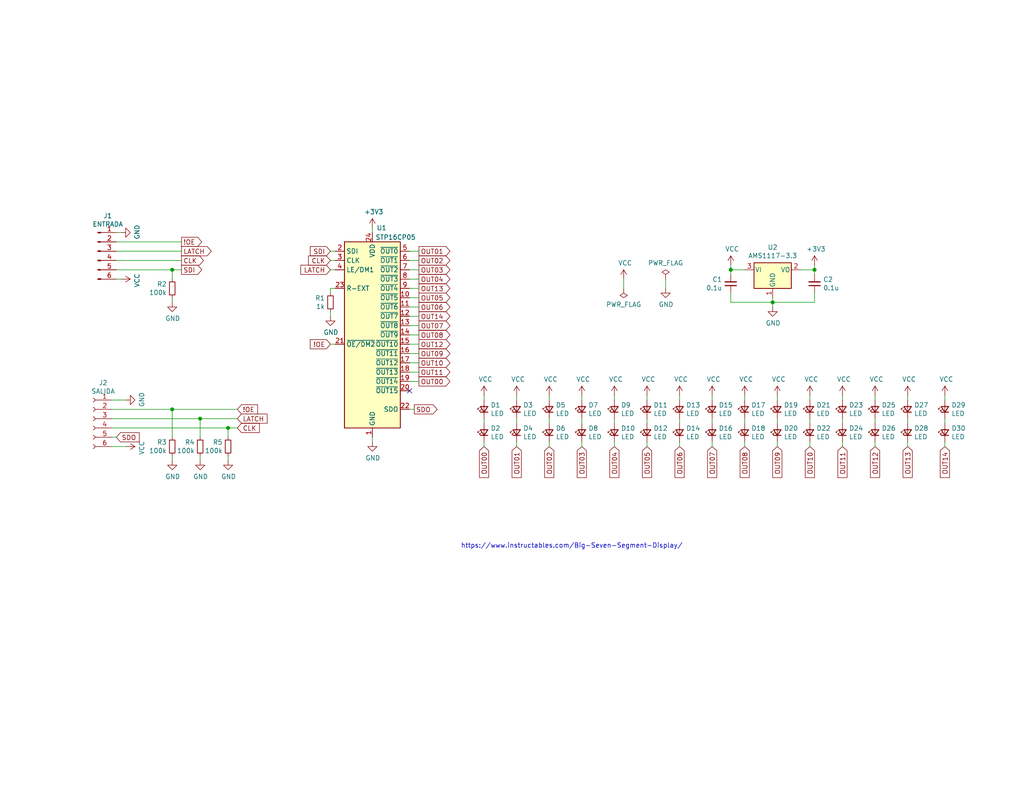
<source format=kicad_sch>
(kicad_sch (version 20211123) (generator eeschema)
  (paper "USLetter")
  (lib_symbols
    (symbol "Connector:Conn_01x06_Female" (pin_names (offset 1.016) hide)
      (property "Reference" "J" (at 0 7.62 0))
      (property "Value" "Conn_01x06_Female" (at 0 -10.16 0))
      (symbol "Conn_01x06_Female_1_1"
        (arc (start 0 -7.112) (mid -0.508 -7.62) (end 0 -8.128) (stroke (width 0.1524)))
        (arc (start 0 -4.572) (mid -0.508 -5.08) (end 0 -5.588) (stroke (width 0.1524)))
        (arc (start 0 -2.032) (mid -0.508 -2.54) (end 0 -3.048) (stroke (width 0.1524)))
        (polyline (pts (xy -1.27 -7.62) (xy -0.508 -7.62)) (stroke (width 0.1524)))
        (polyline (pts (xy -1.27 -5.08) (xy -0.508 -5.08)) (stroke (width 0.1524)))
        (polyline (pts (xy -1.27 -2.54) (xy -0.508 -2.54)) (stroke (width 0.1524)))
        (polyline (pts (xy -1.27 0) (xy -0.508 0)) (stroke (width 0.1524)))
        (polyline (pts (xy -1.27 2.54) (xy -0.508 2.54)) (stroke (width 0.1524)))
        (polyline (pts (xy -1.27 5.08) (xy -0.508 5.08)) (stroke (width 0.1524)))
        (arc (start 0 0.508) (mid -0.508 0) (end 0 -0.508) (stroke (width 0.1524)))
        (arc (start 0 3.048) (mid -0.508 2.54) (end 0 2.032) (stroke (width 0.1524)))
        (arc (start 0 5.588) (mid -0.508 5.08) (end 0 4.572) (stroke (width 0.1524)))
        (pin passive line (at -5.08 5.08 0) (length 3.81) (name "Pin_1") (number "1"))
        (pin passive line (at -5.08 2.54 0) (length 3.81) (name "Pin_2") (number "2"))
        (pin passive line (at -5.08 0 0) (length 3.81) (name "Pin_3") (number "3"))
        (pin passive line (at -5.08 -2.54 0) (length 3.81) (name "Pin_4") (number "4"))
        (pin passive line (at -5.08 -5.08 0) (length 3.81) (name "Pin_5") (number "5"))
        (pin passive line (at -5.08 -7.62 0) (length 3.81) (name "Pin_6") (number "6"))
      )
    )
    (symbol "Connector:Conn_01x06_Male" (pin_names (offset 1.016) hide)
      (property "Reference" "J" (at 0 7.62 0))
      (property "Value" "Conn_01x06_Male" (at 0 -10.16 0))
      (symbol "Conn_01x06_Male_1_1"
        (polyline (pts (xy 1.27 -7.62) (xy 0.8636 -7.62)) (stroke (width 0.1524)))
        (polyline (pts (xy 1.27 -5.08) (xy 0.8636 -5.08)) (stroke (width 0.1524)))
        (polyline (pts (xy 1.27 -2.54) (xy 0.8636 -2.54)) (stroke (width 0.1524)))
        (polyline (pts (xy 1.27 0) (xy 0.8636 0)) (stroke (width 0.1524)))
        (polyline (pts (xy 1.27 2.54) (xy 0.8636 2.54)) (stroke (width 0.1524)))
        (polyline (pts (xy 1.27 5.08) (xy 0.8636 5.08)) (stroke (width 0.1524)))
        (rectangle (start 0.8636 -7.493) (end 0 -7.747) (stroke (width 0.1524)) (fill (type outline)))
        (rectangle (start 0.8636 -4.953) (end 0 -5.207) (stroke (width 0.1524)) (fill (type outline)))
        (rectangle (start 0.8636 -2.413) (end 0 -2.667) (stroke (width 0.1524)) (fill (type outline)))
        (rectangle (start 0.8636 0.127) (end 0 -0.127) (stroke (width 0.1524)) (fill (type outline)))
        (rectangle (start 0.8636 2.667) (end 0 2.413) (stroke (width 0.1524)) (fill (type outline)))
        (rectangle (start 0.8636 5.207) (end 0 4.953) (stroke (width 0.1524)) (fill (type outline)))
        (pin passive line (at 5.08 5.08 180) (length 3.81) (name "Pin_1") (number "1"))
        (pin passive line (at 5.08 2.54 180) (length 3.81) (name "Pin_2") (number "2"))
        (pin passive line (at 5.08 0 180) (length 3.81) (name "Pin_3") (number "3"))
        (pin passive line (at 5.08 -2.54 180) (length 3.81) (name "Pin_4") (number "4"))
        (pin passive line (at 5.08 -5.08 180) (length 3.81) (name "Pin_5") (number "5"))
        (pin passive line (at 5.08 -7.62 180) (length 3.81) (name "Pin_6") (number "6"))
      )
    )
    (symbol "Device:C_Small" (pin_numbers hide) (pin_names (offset 0.254) hide)
      (property "Reference" "C" (at 0.254 1.778 0))
      (property "Value" "C_Small" (at 0.254 -2.032 0))
      (symbol "C_Small_0_1"
        (polyline (pts (xy -1.524 -0.508) (xy 1.524 -0.508)) (stroke (width 0.3302)))
        (polyline (pts (xy -1.524 0.508) (xy 1.524 0.508)) (stroke (width 0.3048)))
      )
      (symbol "C_Small_1_1"
        (pin passive line (at 0 2.54 270) (length 2.032) (name "~") (number "1"))
        (pin passive line (at 0 -2.54 90) (length 2.032) (name "~") (number "2"))
      )
    )
    (symbol "Device:LED_Small" (pin_numbers hide) (pin_names (offset 0.254) hide)
      (property "Reference" "D" (at -1.27 3.175 0))
      (property "Value" "LED_Small" (at -4.445 -2.54 0))
      (symbol "LED_Small_0_1"
        (polyline (pts (xy -0.762 -1.016) (xy -0.762 1.016)) (stroke (width 0.254)))
        (polyline (pts (xy 1.016 0) (xy -0.762 0)))
        (polyline (pts (xy 0.762 -1.016) (xy -0.762 0) (xy 0.762 1.016) (xy 0.762 -1.016)) (stroke (width 0.254)))
        (polyline (pts (xy 0 0.762) (xy -0.508 1.27) (xy -0.254 1.27) (xy -0.508 1.27) (xy -0.508 1.016)))
        (polyline (pts (xy 0.508 1.27) (xy 0 1.778) (xy 0.254 1.778) (xy 0 1.778) (xy 0 1.524)))
      )
      (symbol "LED_Small_1_1"
        (pin passive line (at -2.54 0 0) (length 1.778) (name "K") (number "1"))
        (pin passive line (at 2.54 0 180) (length 1.778) (name "A") (number "2"))
      )
    )
    (symbol "Device:R_Small" (pin_numbers hide) (pin_names (offset 0.254) hide)
      (property "Reference" "R" (at 0.762 0.508 0))
      (property "Value" "R_Small" (at 0.762 -1.016 0))
      (symbol "R_Small_0_1"
        (rectangle (start -0.762 1.778) (end 0.762 -1.778) (stroke (width 0.2032)))
      )
      (symbol "R_Small_1_1"
        (pin passive line (at 0 2.54 270) (length 0.762) (name "~") (number "1"))
        (pin passive line (at 0 -2.54 90) (length 0.762) (name "~") (number "2"))
      )
    )
    (symbol "Driver_LED:STP16CP05"
      (property "Reference" "U" (at -7.62 26.67 0))
      (property "Value" "STP16CP05" (at 1.27 26.67 0))
      (symbol "STP16CP05_0_1"
        (rectangle (start -7.62 25.4) (end 7.62 -25.4) (stroke (width 0.254)) (fill (type background)))
      )
      (symbol "STP16CP05_1_1"
        (pin power_in line (at 0 -27.94 90) (length 2.54) (name "GND") (number "1"))
        (pin output line (at 10.16 10.16 180) (length 2.54) (name "~{OUT5}") (number "10"))
        (pin output line (at 10.16 7.62 180) (length 2.54) (name "~{OUT6}") (number "11"))
        (pin output line (at 10.16 5.08 180) (length 2.54) (name "~{OUT7}") (number "12"))
        (pin output line (at 10.16 2.54 180) (length 2.54) (name "~{OUT8}") (number "13"))
        (pin output line (at 10.16 0 180) (length 2.54) (name "~{OUT9}") (number "14"))
        (pin output line (at 10.16 -2.54 180) (length 2.54) (name "~{OUT10}") (number "15"))
        (pin output line (at 10.16 -5.08 180) (length 2.54) (name "~{OUT11}") (number "16"))
        (pin output line (at 10.16 -7.62 180) (length 2.54) (name "~{OUT12}") (number "17"))
        (pin output line (at 10.16 -10.16 180) (length 2.54) (name "~{OUT13}") (number "18"))
        (pin output line (at 10.16 -12.7 180) (length 2.54) (name "~{OUT14}") (number "19"))
        (pin input line (at -10.16 22.86 0) (length 2.54) (name "SDI") (number "2"))
        (pin output line (at 10.16 -15.24 180) (length 2.54) (name "~{OUT15}") (number "20"))
        (pin input line (at -10.16 -2.54 0) (length 2.54) (name "~{OE/DM2}") (number "21"))
        (pin output line (at 10.16 -20.32 180) (length 2.54) (name "SDO") (number "22"))
        (pin passive line (at -10.16 12.7 0) (length 2.54) (name "R-EXT") (number "23"))
        (pin power_in line (at 0 27.94 270) (length 2.54) (name "VDD") (number "24"))
        (pin input line (at -10.16 20.32 0) (length 2.54) (name "CLK") (number "3"))
        (pin input line (at -10.16 17.78 0) (length 2.54) (name "LE/DM1") (number "4"))
        (pin output line (at 10.16 22.86 180) (length 2.54) (name "~{OUT0}") (number "5"))
        (pin output line (at 10.16 20.32 180) (length 2.54) (name "~{OUT1}") (number "6"))
        (pin output line (at 10.16 17.78 180) (length 2.54) (name "~{OUT2}") (number "7"))
        (pin output line (at 10.16 15.24 180) (length 2.54) (name "~{OUT3}") (number "8"))
        (pin output line (at 10.16 12.7 180) (length 2.54) (name "~{OUT4}") (number "9"))
      )
    )
    (symbol "Regulator_Linear:AMS1117-3.3" (pin_names (offset 0.254))
      (property "Reference" "U" (at -3.81 3.175 0))
      (property "Value" "AMS1117-3.3" (at 0 3.175 0))
      (symbol "AMS1117-3.3_0_1"
        (rectangle (start -5.08 -5.08) (end 5.08 1.905) (stroke (width 0.254)) (fill (type background)))
      )
      (symbol "AMS1117-3.3_1_1"
        (pin power_in line (at 0 -7.62 90) (length 2.54) (name "GND") (number "1"))
        (pin power_out line (at 7.62 0 180) (length 2.54) (name "VO") (number "2"))
        (pin power_in line (at -7.62 0 0) (length 2.54) (name "VI") (number "3"))
      )
    )
    (symbol "power:+3V3" (power) (pin_names (offset 0))
      (property "Value" "+3V3" (at 0 3.556 0))
      (symbol "+3V3_0_1"
        (polyline (pts (xy -0.762 1.27) (xy 0 2.54)))
        (polyline (pts (xy 0 0) (xy 0 2.54)))
        (polyline (pts (xy 0 2.54) (xy 0.762 1.27)))
      )
      (symbol "+3V3_1_1"
        (pin power_in line (at 0 0 90) (length 0) hide (name "+3V3") (number "1"))
      )
    )
    (symbol "power:GND" (power) (pin_names (offset 0))
      (property "Value" "GND" (at 0 -3.81 0))
      (symbol "GND_0_1"
        (polyline (pts (xy 0 0) (xy 0 -1.27) (xy 1.27 -1.27) (xy 0 -2.54) (xy -1.27 -1.27) (xy 0 -1.27)))
      )
      (symbol "GND_1_1"
        (pin power_in line (at 0 0 270) (length 0) hide (name "GND") (number "1"))
      )
    )
    (symbol "power:PWR_FLAG" (power) (pin_numbers hide) (pin_names (offset 0) hide)
      (property "Value" "PWR_FLAG" (at 0 3.81 0))
      (symbol "PWR_FLAG_0_0"
        (pin power_out line (at 0 0 90) (length 0) (name "pwr") (number "1"))
      )
      (symbol "PWR_FLAG_0_1"
        (polyline (pts (xy 0 0) (xy 0 1.27) (xy -1.016 1.905) (xy 0 2.54) (xy 1.016 1.905) (xy 0 1.27)))
      )
    )
    (symbol "power:VCC" (power) (pin_names (offset 0))
      (property "Value" "VCC" (at 0 3.81 0))
      (symbol "VCC_0_1"
        (polyline (pts (xy -0.762 1.27) (xy 0 2.54)))
        (polyline (pts (xy 0 0) (xy 0 2.54)))
        (polyline (pts (xy 0 2.54) (xy 0.762 1.27)))
      )
      (symbol "VCC_1_1"
        (pin power_in line (at 0 0 90) (length 0) hide (name "VCC") (number "1"))
      )
    )
  )
  (junction (at 222.25 73.66))
  (junction (at 62.23 116.84))
  (junction (at 46.99 111.76))
  (junction (at 199.39 73.66))
  (junction (at 54.61 114.3))
  (junction (at 210.82 82.55))
  (junction (at 46.99 73.66))
  (no_connect (at 111.76 106.68))
  (wire (pts (xy 176.53 120.65) (xy 176.53 121.92)))
  (wire (pts (xy 111.76 78.74) (xy 114.3 78.74)))
  (wire (pts (xy 101.6 62.23) (xy 101.6 63.5)))
  (wire (pts (xy 31.75 66.04) (xy 49.53 66.04)))
  (wire (pts (xy 111.76 93.98) (xy 114.3 93.98)))
  (wire (pts (xy 149.86 107.95) (xy 149.86 109.22)))
  (wire (pts (xy 238.76 107.95) (xy 238.76 109.22)))
  (wire (pts (xy 218.44 73.66) (xy 222.25 73.66)))
  (wire (pts (xy 220.98 107.95) (xy 220.98 109.22)))
  (wire (pts (xy 111.76 71.12) (xy 114.3 71.12)))
  (wire (pts (xy 222.25 73.66) (xy 222.25 74.93)))
  (wire (pts (xy 101.6 119.38) (xy 101.6 120.65)))
  (wire (pts (xy 194.31 114.3) (xy 194.31 115.57)))
  (wire (pts (xy 91.44 93.98) (xy 90.17 93.98)))
  (wire (pts (xy 46.99 119.38) (xy 46.99 111.76)))
  (wire (pts (xy 222.25 80.01) (xy 222.25 82.55)))
  (wire (pts (xy 30.48 116.84) (xy 62.23 116.84)))
  (wire (pts (xy 158.75 120.65) (xy 158.75 121.92)))
  (wire (pts (xy 181.61 76.2) (xy 181.61 78.74)))
  (wire (pts (xy 149.86 114.3) (xy 149.86 115.57)))
  (wire (pts (xy 257.81 114.3) (xy 257.81 115.57)))
  (wire (pts (xy 199.39 72.39) (xy 199.39 73.66)))
  (wire (pts (xy 62.23 124.46) (xy 62.23 125.73)))
  (wire (pts (xy 46.99 76.2) (xy 46.99 73.66)))
  (wire (pts (xy 212.09 114.3) (xy 212.09 115.57)))
  (wire (pts (xy 176.53 107.95) (xy 176.53 109.22)))
  (wire (pts (xy 220.98 114.3) (xy 220.98 115.57)))
  (wire (pts (xy 132.08 107.95) (xy 132.08 109.22)))
  (wire (pts (xy 31.75 73.66) (xy 46.99 73.66)))
  (wire (pts (xy 229.87 120.65) (xy 229.87 121.92)))
  (wire (pts (xy 31.75 68.58) (xy 49.53 68.58)))
  (wire (pts (xy 46.99 124.46) (xy 46.99 125.73)))
  (wire (pts (xy 30.48 114.3) (xy 54.61 114.3)))
  (wire (pts (xy 203.2 107.95) (xy 203.2 109.22)))
  (wire (pts (xy 111.76 76.2) (xy 114.3 76.2)))
  (wire (pts (xy 31.75 76.2) (xy 33.02 76.2)))
  (wire (pts (xy 167.64 107.95) (xy 167.64 109.22)))
  (wire (pts (xy 199.39 73.66) (xy 203.2 73.66)))
  (wire (pts (xy 90.17 78.74) (xy 91.44 78.74)))
  (wire (pts (xy 54.61 114.3) (xy 64.77 114.3)))
  (wire (pts (xy 210.82 82.55) (xy 210.82 83.82)))
  (wire (pts (xy 199.39 82.55) (xy 210.82 82.55)))
  (wire (pts (xy 194.31 120.65) (xy 194.31 121.92)))
  (wire (pts (xy 90.17 68.58) (xy 91.44 68.58)))
  (wire (pts (xy 111.76 88.9) (xy 114.3 88.9)))
  (wire (pts (xy 229.87 107.95) (xy 229.87 109.22)))
  (wire (pts (xy 62.23 119.38) (xy 62.23 116.84)))
  (wire (pts (xy 111.76 83.82) (xy 114.3 83.82)))
  (wire (pts (xy 132.08 120.65) (xy 132.08 121.92)))
  (wire (pts (xy 140.97 107.95) (xy 140.97 109.22)))
  (wire (pts (xy 111.76 68.58) (xy 114.3 68.58)))
  (wire (pts (xy 62.23 116.84) (xy 64.77 116.84)))
  (wire (pts (xy 158.75 107.95) (xy 158.75 109.22)))
  (wire (pts (xy 111.76 86.36) (xy 114.3 86.36)))
  (wire (pts (xy 170.18 76.2) (xy 170.18 78.74)))
  (wire (pts (xy 90.17 85.09) (xy 90.17 86.36)))
  (wire (pts (xy 229.87 114.3) (xy 229.87 115.57)))
  (wire (pts (xy 30.48 111.76) (xy 46.99 111.76)))
  (wire (pts (xy 176.53 114.3) (xy 176.53 115.57)))
  (wire (pts (xy 111.76 96.52) (xy 114.3 96.52)))
  (wire (pts (xy 238.76 114.3) (xy 238.76 115.57)))
  (wire (pts (xy 167.64 114.3) (xy 167.64 115.57)))
  (wire (pts (xy 185.42 120.65) (xy 185.42 121.92)))
  (wire (pts (xy 111.76 73.66) (xy 114.3 73.66)))
  (wire (pts (xy 158.75 114.3) (xy 158.75 115.57)))
  (wire (pts (xy 31.75 119.38) (xy 30.48 119.38)))
  (wire (pts (xy 31.75 71.12) (xy 49.53 71.12)))
  (wire (pts (xy 111.76 91.44) (xy 114.3 91.44)))
  (wire (pts (xy 54.61 119.38) (xy 54.61 114.3)))
  (wire (pts (xy 247.65 120.65) (xy 247.65 121.92)))
  (wire (pts (xy 238.76 120.65) (xy 238.76 121.92)))
  (wire (pts (xy 111.76 99.06) (xy 114.3 99.06)))
  (wire (pts (xy 90.17 71.12) (xy 91.44 71.12)))
  (wire (pts (xy 203.2 114.3) (xy 203.2 115.57)))
  (wire (pts (xy 30.48 121.92) (xy 34.29 121.92)))
  (wire (pts (xy 64.77 111.76) (xy 46.99 111.76)))
  (wire (pts (xy 199.39 80.01) (xy 199.39 82.55)))
  (wire (pts (xy 247.65 114.3) (xy 247.65 115.57)))
  (wire (pts (xy 212.09 120.65) (xy 212.09 121.92)))
  (wire (pts (xy 222.25 82.55) (xy 210.82 82.55)))
  (wire (pts (xy 257.81 107.95) (xy 257.81 109.22)))
  (wire (pts (xy 111.76 81.28) (xy 114.3 81.28)))
  (wire (pts (xy 203.2 120.65) (xy 203.2 121.92)))
  (wire (pts (xy 199.39 74.93) (xy 199.39 73.66)))
  (wire (pts (xy 46.99 73.66) (xy 49.53 73.66)))
  (wire (pts (xy 90.17 73.66) (xy 91.44 73.66)))
  (wire (pts (xy 149.86 120.65) (xy 149.86 121.92)))
  (wire (pts (xy 90.17 80.01) (xy 90.17 78.74)))
  (wire (pts (xy 140.97 120.65) (xy 140.97 121.92)))
  (wire (pts (xy 212.09 107.95) (xy 212.09 109.22)))
  (wire (pts (xy 111.76 104.14) (xy 114.3 104.14)))
  (wire (pts (xy 140.97 114.3) (xy 140.97 115.57)))
  (wire (pts (xy 167.64 120.65) (xy 167.64 121.92)))
  (wire (pts (xy 210.82 82.55) (xy 210.82 81.28)))
  (wire (pts (xy 222.25 72.39) (xy 222.25 73.66)))
  (wire (pts (xy 185.42 107.95) (xy 185.42 109.22)))
  (wire (pts (xy 34.29 109.22) (xy 30.48 109.22)))
  (wire (pts (xy 194.31 107.95) (xy 194.31 109.22)))
  (wire (pts (xy 46.99 81.28) (xy 46.99 82.55)))
  (wire (pts (xy 111.76 111.76) (xy 113.03 111.76)))
  (wire (pts (xy 257.81 120.65) (xy 257.81 121.92)))
  (wire (pts (xy 54.61 124.46) (xy 54.61 125.73)))
  (wire (pts (xy 111.76 101.6) (xy 114.3 101.6)))
  (wire (pts (xy 132.08 114.3) (xy 132.08 115.57)))
  (wire (pts (xy 185.42 114.3) (xy 185.42 115.57)))
  (wire (pts (xy 31.75 63.5) (xy 33.02 63.5)))
  (wire (pts (xy 247.65 107.95) (xy 247.65 109.22)))
  (wire (pts (xy 220.98 120.65) (xy 220.98 121.92)))
  (text "https://www.instructables.com/Big-Seven-Segment-Display/" (at 125.73 149.86 0) (effects (font (size 1.27 1.27)) (justify left bottom)))
  (global_label "OUT09" (shape input) (at 212.09 121.92 270) (property "Intersheet References" "${INTERSHEET_REFS}" (effects hide)))
  (global_label "OUT02" (shape input) (at 149.86 121.92 270) (property "Intersheet References" "${INTERSHEET_REFS}" (effects hide)))
  (global_label "OUT08" (shape input) (at 203.2 121.92 270) (property "Intersheet References" "${INTERSHEET_REFS}" (effects hide)))
  (global_label "OUT04" (shape output) (at 114.3 76.2 0) (property "Intersheet References" "${INTERSHEET_REFS}" (effects hide)))
  (global_label "OUT00" (shape output) (at 114.3 104.14 0) (property "Intersheet References" "${INTERSHEET_REFS}" (effects hide)))
  (global_label "SDO" (shape input) (at 31.75 119.38 0) (property "Intersheet References" "${INTERSHEET_REFS}" (effects hide)))
  (global_label "SDI" (shape input) (at 90.17 68.58 180) (property "Intersheet References" "${INTERSHEET_REFS}" (effects hide)))
  (global_label "OUT03" (shape output) (at 114.3 73.66 0) (property "Intersheet References" "${INTERSHEET_REFS}" (effects hide)))
  (global_label "OUT12" (shape input) (at 238.76 121.92 270) (property "Intersheet References" "${INTERSHEET_REFS}" (effects hide)))
  (global_label "OUT10" (shape output) (at 114.3 99.06 0) (property "Intersheet References" "${INTERSHEET_REFS}" (effects hide)))
  (global_label "SDO" (shape output) (at 113.03 111.76 0) (property "Intersheet References" "${INTERSHEET_REFS}" (effects hide)))
  (global_label "OUT10" (shape input) (at 220.98 121.92 270) (property "Intersheet References" "${INTERSHEET_REFS}" (effects hide)))
  (global_label "OUT09" (shape output) (at 114.3 96.52 0) (property "Intersheet References" "${INTERSHEET_REFS}" (effects hide)))
  (global_label "OUT02" (shape output) (at 114.3 71.12 0) (property "Intersheet References" "${INTERSHEET_REFS}" (effects hide)))
  (global_label "LATCH" (shape input) (at 64.77 114.3 0) (property "Intersheet References" "${INTERSHEET_REFS}" (effects hide)))
  (global_label "LATCH" (shape output) (at 49.53 68.58 0) (property "Intersheet References" "${INTERSHEET_REFS}" (effects hide)))
  (global_label "OUT11" (shape output) (at 114.3 101.6 0) (property "Intersheet References" "${INTERSHEET_REFS}" (effects hide)))
  (global_label "OUT07" (shape input) (at 194.31 121.92 270) (property "Intersheet References" "${INTERSHEET_REFS}" (effects hide)))
  (global_label "OUT11" (shape input) (at 229.87 121.92 270) (property "Intersheet References" "${INTERSHEET_REFS}" (effects hide)))
  (global_label "OUT03" (shape input) (at 158.75 121.92 270) (property "Intersheet References" "${INTERSHEET_REFS}" (effects hide)))
  (global_label "OUT01" (shape input) (at 140.97 121.92 270) (property "Intersheet References" "${INTERSHEET_REFS}" (effects hide)))
  (global_label "OUT13" (shape output) (at 114.3 78.74 0) (property "Intersheet References" "${INTERSHEET_REFS}" (effects hide)))
  (global_label "CLK" (shape input) (at 90.17 71.12 180) (property "Intersheet References" "${INTERSHEET_REFS}" (effects hide)))
  (global_label "OUT00" (shape input) (at 132.08 121.92 270) (property "Intersheet References" "${INTERSHEET_REFS}" (effects hide)))
  (global_label "!OE" (shape input) (at 90.17 93.98 180) (property "Intersheet References" "${INTERSHEET_REFS}" (effects hide)))
  (global_label "OUT14" (shape output) (at 114.3 86.36 0) (property "Intersheet References" "${INTERSHEET_REFS}" (effects hide)))
  (global_label "!OE" (shape output) (at 49.53 66.04 0) (property "Intersheet References" "${INTERSHEET_REFS}" (effects hide)))
  (global_label "LATCH" (shape input) (at 90.17 73.66 180) (property "Intersheet References" "${INTERSHEET_REFS}" (effects hide)))
  (global_label "OUT13" (shape input) (at 247.65 121.92 270) (property "Intersheet References" "${INTERSHEET_REFS}" (effects hide)))
  (global_label "SDI" (shape output) (at 49.53 73.66 0) (property "Intersheet References" "${INTERSHEET_REFS}" (effects hide)))
  (global_label "CLK" (shape output) (at 49.53 71.12 0) (property "Intersheet References" "${INTERSHEET_REFS}" (effects hide)))
  (global_label "OUT14" (shape input) (at 257.81 121.92 270) (property "Intersheet References" "${INTERSHEET_REFS}" (effects hide)))
  (global_label "OUT06" (shape input) (at 185.42 121.92 270) (property "Intersheet References" "${INTERSHEET_REFS}" (effects hide)))
  (global_label "OUT06" (shape output) (at 114.3 83.82 0) (property "Intersheet References" "${INTERSHEET_REFS}" (effects hide)))
  (global_label "OUT05" (shape input) (at 176.53 121.92 270) (property "Intersheet References" "${INTERSHEET_REFS}" (effects hide)))
  (global_label "OUT05" (shape output) (at 114.3 81.28 0) (property "Intersheet References" "${INTERSHEET_REFS}" (effects hide)))
  (global_label "!OE" (shape input) (at 64.77 111.76 0) (property "Intersheet References" "${INTERSHEET_REFS}" (effects hide)))
  (global_label "OUT08" (shape output) (at 114.3 91.44 0) (property "Intersheet References" "${INTERSHEET_REFS}" (effects hide)))
  (global_label "OUT04" (shape input) (at 167.64 121.92 270) (property "Intersheet References" "${INTERSHEET_REFS}" (effects hide)))
  (global_label "OUT07" (shape output) (at 114.3 88.9 0) (property "Intersheet References" "${INTERSHEET_REFS}" (effects hide)))
  (global_label "CLK" (shape input) (at 64.77 116.84 0) (property "Intersheet References" "${INTERSHEET_REFS}" (effects hide)))
  (global_label "OUT12" (shape output) (at 114.3 93.98 0) (property "Intersheet References" "${INTERSHEET_REFS}" (effects hide)))
  (global_label "OUT01" (shape output) (at 114.3 68.58 0) (property "Intersheet References" "${INTERSHEET_REFS}" (effects hide)))
  (symbol (lib_id "Device:R_Small") (at 90.17 82.55 0) (mirror x) (unit 1)
    (property "Reference" "R1" (at 88.6714 81.3816 0) (effects (justify right)))
    (property "Value" "1k" (at 88.6714 83.693 0) (effects (justify right)))
    (property "Footprint" "Resistor_SMD:R_1206_3216Metric" (effects hide))
  )
  (symbol (lib_id "Connector:Conn_01x06_Male") (at 26.67 68.58 0) (unit 1)
    (property "Reference" "J1" (at 29.4132 58.9026 0))
    (property "Value" "ENTRADA" (at 29.4132 61.214 0))
    (property "Footprint" "Connector_PinHeader_2.54mm:PinHeader_1x06_P2.54mm_Horizontal" (effects hide))
  )
  (symbol (lib_id "Connector:Conn_01x06_Female") (at 25.4 114.3 0) (mirror y) (unit 1)
    (property "Reference" "J2" (at 28.1432 104.521 0))
    (property "Value" "SALIDA" (at 28.1432 106.8324 0))
    (property "Footprint" "Connector_PinSocket_2.54mm:PinSocket_1x06_P2.54mm_Horizontal" (effects hide))
  )
  (symbol (lib_id "power:+3V3") (at 101.6 62.23 0) (unit 1)
    (property "Reference" "#PWR0101" (effects hide))
    (property "Value" "+3V3" (at 101.981 57.8358 0))
  )
  (symbol (lib_id "power:GND") (at 101.6 120.65 0) (unit 1)
    (property "Reference" "#PWR0102" (effects hide))
    (property "Value" "GND" (at 101.727 125.0442 0))
  )
  (symbol (lib_id "power:GND") (at 90.17 86.36 0) (unit 1)
    (property "Reference" "#PWR0103" (effects hide))
    (property "Value" "GND" (at 90.297 90.7542 0))
  )
  (symbol (lib_id "Regulator_Linear:AMS1117-3.3") (at 210.82 73.66 0) (unit 1)
    (property "Reference" "U2" (at 210.82 67.5132 0))
    (property "Value" "AMS1117-3.3" (at 210.82 69.8246 0))
    (property "Footprint" "Package_TO_SOT_SMD:SOT-223-3_TabPin2" (effects hide))
    (property "Datasheet" "http://www.advanced-monolithic.com/pdf/ds1117.pdf" (effects hide))
  )
  (symbol (lib_id "Device:C_Small") (at 199.39 77.47 0) (mirror x) (unit 1)
    (property "Reference" "C1" (at 197.0532 76.3016 0) (effects (justify right)))
    (property "Value" "0.1u" (at 197.0532 78.613 0) (effects (justify right)))
    (property "Footprint" "Capacitor_SMD:C_1206_3216Metric" (effects hide))
  )
  (symbol (lib_id "power:GND") (at 210.82 83.82 0) (unit 1)
    (property "Reference" "#PWR0104" (effects hide))
    (property "Value" "GND" (at 210.947 88.2142 0))
  )
  (symbol (lib_id "power:+3V3") (at 222.25 72.39 0) (unit 1)
    (property "Reference" "#PWR0105" (effects hide))
    (property "Value" "+3V3" (at 222.631 67.9958 0))
  )
  (symbol (lib_id "power:VCC") (at 199.39 72.39 0) (unit 1)
    (property "Reference" "#PWR0106" (effects hide))
    (property "Value" "VCC" (at 199.771 67.9958 0))
  )
  (symbol (lib_id "power:VCC") (at 132.08 107.95 0) (unit 1)
    (property "Reference" "#PWR0107" (effects hide))
    (property "Value" "VCC" (at 132.461 103.5558 0))
  )
  (symbol (lib_id "Device:LED_Small") (at 132.08 111.76 90) (unit 1)
    (property "Reference" "D1" (at 133.858 110.5916 90) (effects (justify right)))
    (property "Value" "LED" (at 133.858 112.903 90) (effects (justify right)))
    (property "Footprint" "LED_SMD:LED_2010_5025Metric_Castellated" (effects hide))
  )
  (symbol (lib_id "Device:LED_Small") (at 132.08 118.11 90) (unit 1)
    (property "Reference" "D2" (at 133.858 116.9416 90) (effects (justify right)))
    (property "Value" "LED" (at 133.858 119.253 90) (effects (justify right)))
    (property "Footprint" "LED_SMD:LED_2010_5025Metric_Castellated" (effects hide))
  )
  (symbol (lib_id "power:VCC") (at 140.97 107.95 0) (unit 1)
    (property "Reference" "#PWR0108" (effects hide))
    (property "Value" "VCC" (at 141.351 103.5558 0))
  )
  (symbol (lib_id "Device:LED_Small") (at 140.97 111.76 90) (unit 1)
    (property "Reference" "D3" (at 142.748 110.5916 90) (effects (justify right)))
    (property "Value" "LED" (at 142.748 112.903 90) (effects (justify right)))
    (property "Footprint" "LED_SMD:LED_2010_5025Metric_Castellated" (effects hide))
  )
  (symbol (lib_id "Device:LED_Small") (at 140.97 118.11 90) (unit 1)
    (property "Reference" "D4" (at 142.748 116.9416 90) (effects (justify right)))
    (property "Value" "LED" (at 142.748 119.253 90) (effects (justify right)))
    (property "Footprint" "LED_SMD:LED_2010_5025Metric_Castellated" (effects hide))
  )
  (symbol (lib_id "power:VCC") (at 149.86 107.95 0) (unit 1)
    (property "Reference" "#PWR0109" (effects hide))
    (property "Value" "VCC" (at 150.241 103.5558 0))
  )
  (symbol (lib_id "Device:LED_Small") (at 149.86 111.76 90) (unit 1)
    (property "Reference" "D5" (at 151.638 110.5916 90) (effects (justify right)))
    (property "Value" "LED" (at 151.638 112.903 90) (effects (justify right)))
    (property "Footprint" "LED_SMD:LED_2010_5025Metric_Castellated" (effects hide))
  )
  (symbol (lib_id "Device:LED_Small") (at 149.86 118.11 90) (unit 1)
    (property "Reference" "D6" (at 151.638 116.9416 90) (effects (justify right)))
    (property "Value" "LED" (at 151.638 119.253 90) (effects (justify right)))
    (property "Footprint" "LED_SMD:LED_2010_5025Metric_Castellated" (effects hide))
  )
  (symbol (lib_id "power:VCC") (at 158.75 107.95 0) (unit 1)
    (property "Reference" "#PWR0110" (effects hide))
    (property "Value" "VCC" (at 159.131 103.5558 0))
  )
  (symbol (lib_id "Device:LED_Small") (at 158.75 111.76 90) (unit 1)
    (property "Reference" "D7" (at 160.528 110.5916 90) (effects (justify right)))
    (property "Value" "LED" (at 160.528 112.903 90) (effects (justify right)))
    (property "Footprint" "LED_SMD:LED_2010_5025Metric_Castellated" (effects hide))
  )
  (symbol (lib_id "Device:LED_Small") (at 158.75 118.11 90) (unit 1)
    (property "Reference" "D8" (at 160.528 116.9416 90) (effects (justify right)))
    (property "Value" "LED" (at 160.528 119.253 90) (effects (justify right)))
    (property "Footprint" "LED_SMD:LED_2010_5025Metric_Castellated" (effects hide))
  )
  (symbol (lib_id "power:VCC") (at 167.64 107.95 0) (unit 1)
    (property "Reference" "#PWR0111" (effects hide))
    (property "Value" "VCC" (at 168.021 103.5558 0))
  )
  (symbol (lib_id "Device:LED_Small") (at 167.64 111.76 90) (unit 1)
    (property "Reference" "D9" (at 169.418 110.5916 90) (effects (justify right)))
    (property "Value" "LED" (at 169.418 112.903 90) (effects (justify right)))
    (property "Footprint" "LED_SMD:LED_2010_5025Metric_Castellated" (effects hide))
  )
  (symbol (lib_id "Device:LED_Small") (at 167.64 118.11 90) (unit 1)
    (property "Reference" "D10" (at 169.418 116.9416 90) (effects (justify right)))
    (property "Value" "LED" (at 169.418 119.253 90) (effects (justify right)))
    (property "Footprint" "LED_SMD:LED_2010_5025Metric_Castellated" (effects hide))
  )
  (symbol (lib_id "power:VCC") (at 176.53 107.95 0) (unit 1)
    (property "Reference" "#PWR0112" (effects hide))
    (property "Value" "VCC" (at 176.911 103.5558 0))
  )
  (symbol (lib_id "Device:LED_Small") (at 176.53 111.76 90) (unit 1)
    (property "Reference" "D11" (at 178.308 110.5916 90) (effects (justify right)))
    (property "Value" "LED" (at 178.308 112.903 90) (effects (justify right)))
    (property "Footprint" "LED_SMD:LED_2010_5025Metric_Castellated" (effects hide))
  )
  (symbol (lib_id "Device:LED_Small") (at 176.53 118.11 90) (unit 1)
    (property "Reference" "D12" (at 178.308 116.9416 90) (effects (justify right)))
    (property "Value" "LED" (at 178.308 119.253 90) (effects (justify right)))
    (property "Footprint" "LED_SMD:LED_2010_5025Metric_Castellated" (effects hide))
  )
  (symbol (lib_id "power:VCC") (at 185.42 107.95 0) (unit 1)
    (property "Reference" "#PWR0113" (effects hide))
    (property "Value" "VCC" (at 185.801 103.5558 0))
  )
  (symbol (lib_id "Device:LED_Small") (at 185.42 111.76 90) (unit 1)
    (property "Reference" "D13" (at 187.198 110.5916 90) (effects (justify right)))
    (property "Value" "LED" (at 187.198 112.903 90) (effects (justify right)))
    (property "Footprint" "LED_SMD:LED_2010_5025Metric_Castellated" (effects hide))
  )
  (symbol (lib_id "Device:LED_Small") (at 185.42 118.11 90) (unit 1)
    (property "Reference" "D14" (at 187.198 116.9416 90) (effects (justify right)))
    (property "Value" "LED" (at 187.198 119.253 90) (effects (justify right)))
    (property "Footprint" "LED_SMD:LED_2010_5025Metric_Castellated" (effects hide))
  )
  (symbol (lib_id "power:VCC") (at 194.31 107.95 0) (unit 1)
    (property "Reference" "#PWR0114" (effects hide))
    (property "Value" "VCC" (at 194.691 103.5558 0))
  )
  (symbol (lib_id "Device:LED_Small") (at 194.31 111.76 90) (unit 1)
    (property "Reference" "D15" (at 196.088 110.5916 90) (effects (justify right)))
    (property "Value" "LED" (at 196.088 112.903 90) (effects (justify right)))
    (property "Footprint" "LED_SMD:LED_2010_5025Metric_Castellated" (effects hide))
  )
  (symbol (lib_id "Device:LED_Small") (at 194.31 118.11 90) (unit 1)
    (property "Reference" "D16" (at 196.088 116.9416 90) (effects (justify right)))
    (property "Value" "LED" (at 196.088 119.253 90) (effects (justify right)))
    (property "Footprint" "LED_SMD:LED_2010_5025Metric_Castellated" (effects hide))
  )
  (symbol (lib_id "power:VCC") (at 203.2 107.95 0) (unit 1)
    (property "Reference" "#PWR0115" (effects hide))
    (property "Value" "VCC" (at 203.581 103.5558 0))
  )
  (symbol (lib_id "Device:LED_Small") (at 203.2 111.76 90) (unit 1)
    (property "Reference" "D17" (at 204.978 110.5916 90) (effects (justify right)))
    (property "Value" "LED" (at 204.978 112.903 90) (effects (justify right)))
    (property "Footprint" "LED_SMD:LED_2010_5025Metric_Castellated" (effects hide))
  )
  (symbol (lib_id "Device:LED_Small") (at 203.2 118.11 90) (unit 1)
    (property "Reference" "D18" (at 204.978 116.9416 90) (effects (justify right)))
    (property "Value" "LED" (at 204.978 119.253 90) (effects (justify right)))
    (property "Footprint" "LED_SMD:LED_2010_5025Metric_Castellated" (effects hide))
  )
  (symbol (lib_id "power:VCC") (at 212.09 107.95 0) (unit 1)
    (property "Reference" "#PWR0116" (effects hide))
    (property "Value" "VCC" (at 212.471 103.5558 0))
  )
  (symbol (lib_id "Device:LED_Small") (at 212.09 111.76 90) (unit 1)
    (property "Reference" "D19" (at 213.868 110.5916 90) (effects (justify right)))
    (property "Value" "LED" (at 213.868 112.903 90) (effects (justify right)))
    (property "Footprint" "LED_SMD:LED_2010_5025Metric_Castellated" (effects hide))
  )
  (symbol (lib_id "Device:LED_Small") (at 212.09 118.11 90) (unit 1)
    (property "Reference" "D20" (at 213.868 116.9416 90) (effects (justify right)))
    (property "Value" "LED" (at 213.868 119.253 90) (effects (justify right)))
    (property "Footprint" "LED_SMD:LED_2010_5025Metric_Castellated" (effects hide))
  )
  (symbol (lib_id "power:VCC") (at 220.98 107.95 0) (unit 1)
    (property "Reference" "#PWR0117" (effects hide))
    (property "Value" "VCC" (at 221.361 103.5558 0))
  )
  (symbol (lib_id "Device:LED_Small") (at 220.98 111.76 90) (unit 1)
    (property "Reference" "D21" (at 222.758 110.5916 90) (effects (justify right)))
    (property "Value" "LED" (at 222.758 112.903 90) (effects (justify right)))
    (property "Footprint" "LED_SMD:LED_2010_5025Metric_Castellated" (effects hide))
  )
  (symbol (lib_id "Device:LED_Small") (at 220.98 118.11 90) (unit 1)
    (property "Reference" "D22" (at 222.758 116.9416 90) (effects (justify right)))
    (property "Value" "LED" (at 222.758 119.253 90) (effects (justify right)))
    (property "Footprint" "LED_SMD:LED_2010_5025Metric_Castellated" (effects hide))
  )
  (symbol (lib_id "power:VCC") (at 229.87 107.95 0) (unit 1)
    (property "Reference" "#PWR0118" (effects hide))
    (property "Value" "VCC" (at 230.251 103.5558 0))
  )
  (symbol (lib_id "Device:LED_Small") (at 229.87 111.76 90) (unit 1)
    (property "Reference" "D23" (at 231.648 110.5916 90) (effects (justify right)))
    (property "Value" "LED" (at 231.648 112.903 90) (effects (justify right)))
    (property "Footprint" "LED_SMD:LED_2010_5025Metric_Castellated" (effects hide))
  )
  (symbol (lib_id "Device:LED_Small") (at 229.87 118.11 90) (unit 1)
    (property "Reference" "D24" (at 231.648 116.9416 90) (effects (justify right)))
    (property "Value" "LED" (at 231.648 119.253 90) (effects (justify right)))
    (property "Footprint" "LED_SMD:LED_2010_5025Metric_Castellated" (effects hide))
  )
  (symbol (lib_id "power:VCC") (at 238.76 107.95 0) (unit 1)
    (property "Reference" "#PWR0119" (effects hide))
    (property "Value" "VCC" (at 239.141 103.5558 0))
  )
  (symbol (lib_id "Device:LED_Small") (at 238.76 111.76 90) (unit 1)
    (property "Reference" "D25" (at 240.538 110.5916 90) (effects (justify right)))
    (property "Value" "LED" (at 240.538 112.903 90) (effects (justify right)))
    (property "Footprint" "LED_SMD:LED_2010_5025Metric_Castellated" (effects hide))
  )
  (symbol (lib_id "Device:LED_Small") (at 238.76 118.11 90) (unit 1)
    (property "Reference" "D26" (at 240.538 116.9416 90) (effects (justify right)))
    (property "Value" "LED" (at 240.538 119.253 90) (effects (justify right)))
    (property "Footprint" "LED_SMD:LED_2010_5025Metric_Castellated" (effects hide))
  )
  (symbol (lib_id "power:VCC") (at 247.65 107.95 0) (unit 1)
    (property "Reference" "#PWR0120" (effects hide))
    (property "Value" "VCC" (at 248.031 103.5558 0))
  )
  (symbol (lib_id "Device:LED_Small") (at 247.65 111.76 90) (unit 1)
    (property "Reference" "D27" (at 249.428 110.5916 90) (effects (justify right)))
    (property "Value" "LED" (at 249.428 112.903 90) (effects (justify right)))
    (property "Footprint" "LED_SMD:LED_2010_5025Metric_Castellated" (effects hide))
  )
  (symbol (lib_id "Device:LED_Small") (at 247.65 118.11 90) (unit 1)
    (property "Reference" "D28" (at 249.428 116.9416 90) (effects (justify right)))
    (property "Value" "LED" (at 249.428 119.253 90) (effects (justify right)))
    (property "Footprint" "LED_SMD:LED_2010_5025Metric_Castellated" (effects hide))
  )
  (symbol (lib_id "power:VCC") (at 34.29 121.92 270) (unit 1)
    (property "Reference" "#PWR0121" (effects hide))
    (property "Value" "VCC" (at 38.6842 122.301 0))
  )
  (symbol (lib_id "power:VCC") (at 33.02 76.2 270) (unit 1)
    (property "Reference" "#PWR0122" (effects hide))
    (property "Value" "VCC" (at 37.4142 76.581 0))
  )
  (symbol (lib_id "power:GND") (at 34.29 109.22 90) (unit 1)
    (property "Reference" "#PWR0123" (effects hide))
    (property "Value" "GND" (at 38.6842 109.093 0))
  )
  (symbol (lib_id "power:GND") (at 33.02 63.5 90) (unit 1)
    (property "Reference" "#PWR0124" (effects hide))
    (property "Value" "GND" (at 37.4142 63.373 0))
  )
  (symbol (lib_id "Device:R_Small") (at 46.99 78.74 0) (mirror x) (unit 1)
    (property "Reference" "R2" (at 45.5168 77.5716 0) (effects (justify right)))
    (property "Value" "100k" (at 45.5168 79.883 0) (effects (justify right)))
    (property "Footprint" "Resistor_SMD:R_1206_3216Metric" (effects hide))
  )
  (symbol (lib_id "power:GND") (at 46.99 82.55 0) (unit 1)
    (property "Reference" "#PWR0125" (effects hide))
    (property "Value" "GND" (at 47.117 86.9442 0))
  )
  (symbol (lib_id "Device:R_Small") (at 46.99 121.92 0) (mirror x) (unit 1)
    (property "Reference" "R3" (at 45.5168 120.7516 0) (effects (justify right)))
    (property "Value" "100k" (at 45.5168 123.063 0) (effects (justify right)))
    (property "Footprint" "Resistor_SMD:R_1206_3216Metric" (effects hide))
  )
  (symbol (lib_id "power:GND") (at 46.99 125.73 0) (unit 1)
    (property "Reference" "#PWR0126" (effects hide))
    (property "Value" "GND" (at 47.117 130.1242 0))
  )
  (symbol (lib_id "Device:R_Small") (at 54.61 121.92 0) (mirror x) (unit 1)
    (property "Reference" "R4" (at 53.1368 120.7516 0) (effects (justify right)))
    (property "Value" "100k" (at 53.1368 123.063 0) (effects (justify right)))
    (property "Footprint" "Resistor_SMD:R_1206_3216Metric" (effects hide))
  )
  (symbol (lib_id "power:GND") (at 54.61 125.73 0) (unit 1)
    (property "Reference" "#PWR0127" (effects hide))
    (property "Value" "GND" (at 54.737 130.1242 0))
  )
  (symbol (lib_id "Device:R_Small") (at 62.23 121.92 0) (mirror x) (unit 1)
    (property "Reference" "R5" (at 60.7568 120.7516 0) (effects (justify right)))
    (property "Value" "100k" (at 60.7568 123.063 0) (effects (justify right)))
    (property "Footprint" "Resistor_SMD:R_1206_3216Metric" (effects hide))
  )
  (symbol (lib_id "power:GND") (at 62.23 125.73 0) (unit 1)
    (property "Reference" "#PWR0128" (effects hide))
    (property "Value" "GND" (at 62.357 130.1242 0))
  )
  (symbol (lib_id "power:PWR_FLAG") (at 170.18 78.74 180) (unit 1)
    (property "Reference" "#FLG0101" (effects hide))
    (property "Value" "PWR_FLAG" (at 170.18 83.1342 0))
  )
  (symbol (lib_id "power:PWR_FLAG") (at 181.61 76.2 0) (unit 1)
    (property "Reference" "#FLG0102" (effects hide))
    (property "Value" "PWR_FLAG" (at 181.61 71.8058 0))
  )
  (symbol (lib_id "power:VCC") (at 170.18 76.2 0) (unit 1)
    (property "Reference" "#PWR0129" (effects hide))
    (property "Value" "VCC" (at 170.561 71.8058 0))
  )
  (symbol (lib_id "power:GND") (at 181.61 78.74 0) (unit 1)
    (property "Reference" "#PWR0130" (effects hide))
    (property "Value" "GND" (at 181.737 83.1342 0))
  )
  (symbol (lib_id "power:VCC") (at 257.81 107.95 0) (unit 1)
    (property "Reference" "#PWR0131" (effects hide))
    (property "Value" "VCC" (at 258.191 103.5558 0))
  )
  (symbol (lib_id "Device:LED_Small") (at 257.81 111.76 90) (unit 1)
    (property "Reference" "D29" (at 259.588 110.5916 90) (effects (justify right)))
    (property "Value" "LED" (at 259.588 112.903 90) (effects (justify right)))
    (property "Footprint" "LED_SMD:LED_2010_5025Metric_Castellated" (effects hide))
  )
  (symbol (lib_id "Device:LED_Small") (at 257.81 118.11 90) (unit 1)
    (property "Reference" "D30" (at 259.588 116.9416 90) (effects (justify right)))
    (property "Value" "LED" (at 259.588 119.253 90) (effects (justify right)))
    (property "Footprint" "LED_SMD:LED_2010_5025Metric_Castellated" (effects hide))
  )
  (symbol (lib_id "Driver_LED:STP16CP05") (at 101.6 91.44 0) (unit 1)
    (property "Reference" "U1" (at 104.14 62.23 0))
    (property "Value" "STP16CP05" (at 107.95 64.77 0))
    (property "Footprint" "Package_SO:TSSOP-24_4.4x7.8mm_P0.65mm" (effects hide))
    (property "Datasheet" "https://www.st.com/resource/en/datasheet/stp16cp05.pdf" (effects hide))
  )
  (symbol (lib_id "Device:C_Small") (at 222.25 77.47 180) (unit 1)
    (property "Reference" "C2" (at 224.5868 76.3016 0) (effects (justify right)))
    (property "Value" "0.1u" (at 224.5868 78.613 0) (effects (justify right)))
    (property "Footprint" "Capacitor_SMD:C_1206_3216Metric" (effects hide))
  )
)
</source>
